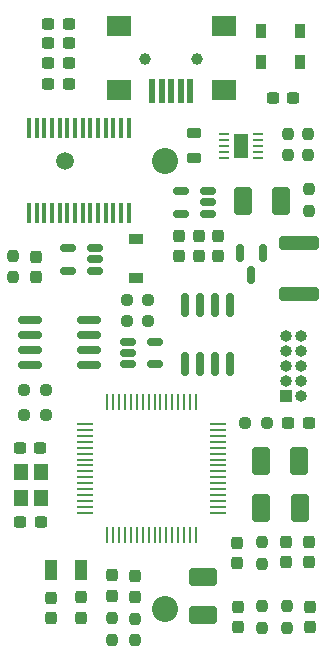
<source format=gbr>
%TF.GenerationSoftware,KiCad,Pcbnew,(6.0.1)*%
%TF.CreationDate,2022-09-20T17:52:40-03:00*%
%TF.ProjectId,HLI-C_main,484c492d-435f-46d6-9169-6e2e6b696361,rev?*%
%TF.SameCoordinates,Original*%
%TF.FileFunction,Soldermask,Top*%
%TF.FilePolarity,Negative*%
%FSLAX46Y46*%
G04 Gerber Fmt 4.6, Leading zero omitted, Abs format (unit mm)*
G04 Created by KiCad (PCBNEW (6.0.1)) date 2022-09-20 17:52:40*
%MOMM*%
%LPD*%
G01*
G04 APERTURE LIST*
G04 Aperture macros list*
%AMRoundRect*
0 Rectangle with rounded corners*
0 $1 Rounding radius*
0 $2 $3 $4 $5 $6 $7 $8 $9 X,Y pos of 4 corners*
0 Add a 4 corners polygon primitive as box body*
4,1,4,$2,$3,$4,$5,$6,$7,$8,$9,$2,$3,0*
0 Add four circle primitives for the rounded corners*
1,1,$1+$1,$2,$3*
1,1,$1+$1,$4,$5*
1,1,$1+$1,$6,$7*
1,1,$1+$1,$8,$9*
0 Add four rect primitives between the rounded corners*
20,1,$1+$1,$2,$3,$4,$5,0*
20,1,$1+$1,$4,$5,$6,$7,0*
20,1,$1+$1,$6,$7,$8,$9,0*
20,1,$1+$1,$8,$9,$2,$3,0*%
G04 Aperture macros list end*
%ADD10RoundRect,0.237500X-0.237500X0.300000X-0.237500X-0.300000X0.237500X-0.300000X0.237500X0.300000X0*%
%ADD11RoundRect,0.250001X-0.499999X-0.924999X0.499999X-0.924999X0.499999X0.924999X-0.499999X0.924999X0*%
%ADD12RoundRect,0.237500X-0.300000X-0.237500X0.300000X-0.237500X0.300000X0.237500X-0.300000X0.237500X0*%
%ADD13RoundRect,0.237500X0.237500X-0.250000X0.237500X0.250000X-0.237500X0.250000X-0.237500X-0.250000X0*%
%ADD14R,0.900000X1.200000*%
%ADD15R,1.473200X0.279400*%
%ADD16R,0.279400X1.473200*%
%ADD17RoundRect,0.062500X-0.375000X-0.062500X0.375000X-0.062500X0.375000X0.062500X-0.375000X0.062500X0*%
%ADD18R,1.200000X2.000000*%
%ADD19RoundRect,0.237500X0.300000X0.237500X-0.300000X0.237500X-0.300000X-0.237500X0.300000X-0.237500X0*%
%ADD20RoundRect,0.150000X0.512500X0.150000X-0.512500X0.150000X-0.512500X-0.150000X0.512500X-0.150000X0*%
%ADD21RoundRect,0.237500X0.250000X0.237500X-0.250000X0.237500X-0.250000X-0.237500X0.250000X-0.237500X0*%
%ADD22C,1.000000*%
%ADD23R,0.500000X2.000000*%
%ADD24R,2.000000X1.700000*%
%ADD25RoundRect,0.218750X0.381250X-0.218750X0.381250X0.218750X-0.381250X0.218750X-0.381250X-0.218750X0*%
%ADD26RoundRect,0.237500X-0.237500X0.287500X-0.237500X-0.287500X0.237500X-0.287500X0.237500X0.287500X0*%
%ADD27RoundRect,0.237500X0.237500X-0.300000X0.237500X0.300000X-0.237500X0.300000X-0.237500X-0.300000X0*%
%ADD28R,1.200000X1.400000*%
%ADD29RoundRect,0.237500X-0.250000X-0.237500X0.250000X-0.237500X0.250000X0.237500X-0.250000X0.237500X0*%
%ADD30RoundRect,0.237500X-0.237500X0.250000X-0.237500X-0.250000X0.237500X-0.250000X0.237500X0.250000X0*%
%ADD31RoundRect,0.150000X-0.512500X-0.150000X0.512500X-0.150000X0.512500X0.150000X-0.512500X0.150000X0*%
%ADD32R,1.000000X1.000000*%
%ADD33O,1.000000X1.000000*%
%ADD34RoundRect,0.150000X0.150000X-0.825000X0.150000X0.825000X-0.150000X0.825000X-0.150000X-0.825000X0*%
%ADD35C,1.500000*%
%ADD36C,2.205000*%
%ADD37R,0.450000X1.750000*%
%ADD38R,1.200000X0.900000*%
%ADD39RoundRect,0.250001X-0.924999X0.499999X-0.924999X-0.499999X0.924999X-0.499999X0.924999X0.499999X0*%
%ADD40RoundRect,0.150000X-0.825000X-0.150000X0.825000X-0.150000X0.825000X0.150000X-0.825000X0.150000X0*%
%ADD41RoundRect,0.250000X1.450000X-0.312500X1.450000X0.312500X-1.450000X0.312500X-1.450000X-0.312500X0*%
%ADD42R,1.000000X1.800000*%
%ADD43RoundRect,0.150000X-0.150000X0.587500X-0.150000X-0.587500X0.150000X-0.587500X0.150000X0.587500X0*%
G04 APERTURE END LIST*
D10*
%TO.C,C11*%
X193100000Y-38837500D03*
X193100000Y-40562500D03*
%TD*%
D11*
%TO.C,C15*%
X200025000Y-61900000D03*
X203275000Y-61900000D03*
%TD*%
D12*
%TO.C,C12*%
X202337500Y-54700000D03*
X204062500Y-54700000D03*
%TD*%
D10*
%TO.C,C8*%
X196400000Y-38800000D03*
X196400000Y-40525000D03*
%TD*%
D13*
%TO.C,R10*%
X200100000Y-72012500D03*
X200100000Y-70187500D03*
%TD*%
D14*
%TO.C,D3*%
X200050000Y-21460000D03*
X203350000Y-21460000D03*
%TD*%
D15*
%TO.C,U1*%
X196367400Y-62271600D03*
X196367400Y-61771601D03*
X196367400Y-61271600D03*
X196367400Y-60771601D03*
X196367400Y-60271599D03*
X196367400Y-59771600D03*
X196367400Y-59271601D03*
X196367400Y-58771600D03*
X196367400Y-58271600D03*
X196367400Y-57771599D03*
X196367400Y-57271600D03*
X196367400Y-56771601D03*
X196367400Y-56271599D03*
X196367400Y-55771600D03*
X196367400Y-55271599D03*
X196367400Y-54771600D03*
D16*
X194504000Y-52908200D03*
X194004001Y-52908200D03*
X193504000Y-52908200D03*
X193004001Y-52908200D03*
X192503999Y-52908200D03*
X192004000Y-52908200D03*
X191504001Y-52908200D03*
X191004000Y-52908200D03*
X190504000Y-52908200D03*
X190003999Y-52908200D03*
X189504000Y-52908200D03*
X189004001Y-52908200D03*
X188503999Y-52908200D03*
X188004000Y-52908200D03*
X187503999Y-52908200D03*
X187004000Y-52908200D03*
D15*
X185140600Y-54771600D03*
X185140600Y-55271599D03*
X185140600Y-55771600D03*
X185140600Y-56271599D03*
X185140600Y-56771601D03*
X185140600Y-57271600D03*
X185140600Y-57771599D03*
X185140600Y-58271600D03*
X185140600Y-58771600D03*
X185140600Y-59271601D03*
X185140600Y-59771600D03*
X185140600Y-60271599D03*
X185140600Y-60771601D03*
X185140600Y-61271600D03*
X185140600Y-61771601D03*
X185140600Y-62271600D03*
D16*
X187004000Y-64135000D03*
X187503999Y-64135000D03*
X188004000Y-64135000D03*
X188503999Y-64135000D03*
X189004001Y-64135000D03*
X189504000Y-64135000D03*
X190003999Y-64135000D03*
X190504000Y-64135000D03*
X191004000Y-64135000D03*
X191504001Y-64135000D03*
X192004000Y-64135000D03*
X192503999Y-64135000D03*
X193004001Y-64135000D03*
X193504000Y-64135000D03*
X194004001Y-64135000D03*
X194504000Y-64135000D03*
%TD*%
D17*
%TO.C,U6*%
X196862500Y-30200000D03*
X196862500Y-30700000D03*
X196862500Y-31200000D03*
X196862500Y-31700000D03*
X196862500Y-32200000D03*
X199737500Y-32200000D03*
X199737500Y-31700000D03*
X199737500Y-31200000D03*
X199737500Y-30700000D03*
X199737500Y-30200000D03*
D18*
X198300000Y-31200000D03*
%TD*%
D19*
%TO.C,C1*%
X183725000Y-25975000D03*
X182000000Y-25975000D03*
%TD*%
D20*
%TO.C,U7*%
X195537500Y-36950000D03*
X195537500Y-36000000D03*
X195537500Y-35050000D03*
X193262500Y-35050000D03*
X193262500Y-36950000D03*
%TD*%
D21*
%TO.C,R11*%
X181812500Y-51890000D03*
X179987500Y-51890000D03*
%TD*%
D12*
%TO.C,C7*%
X201017500Y-27170000D03*
X202742500Y-27170000D03*
%TD*%
D13*
%TO.C,R14*%
X189325400Y-73087100D03*
X189325400Y-71262100D03*
%TD*%
%TO.C,R3*%
X202300000Y-32012500D03*
X202300000Y-30187500D03*
%TD*%
D21*
%TO.C,R5*%
X190462500Y-46020000D03*
X188637500Y-46020000D03*
%TD*%
D22*
%TO.C,CON1*%
X190200000Y-23875000D03*
X194600000Y-23875000D03*
D23*
X194000000Y-26575000D03*
X193200000Y-26575000D03*
X192400000Y-26575000D03*
X191600000Y-26575000D03*
X190800000Y-26575000D03*
D24*
X196850000Y-26475000D03*
X187950000Y-21025000D03*
X187950000Y-26475000D03*
X196850000Y-21025000D03*
%TD*%
D25*
%TO.C,L1*%
X194350000Y-32262500D03*
X194350000Y-30137500D03*
%TD*%
D26*
%TO.C,LED2*%
X189325400Y-67625000D03*
X189325400Y-69375000D03*
%TD*%
D13*
%TO.C,R8*%
X200100000Y-66612500D03*
X200100000Y-64787500D03*
%TD*%
D27*
%TO.C,C6*%
X180925000Y-42312500D03*
X180925000Y-40587500D03*
%TD*%
D28*
%TO.C,Y2*%
X179657500Y-58820000D03*
X179657500Y-61020000D03*
X181357500Y-61020000D03*
X181357500Y-58820000D03*
%TD*%
D14*
%TO.C,D1*%
X200050000Y-24070000D03*
X203350000Y-24070000D03*
%TD*%
D29*
%TO.C,R12*%
X179967500Y-54027200D03*
X181792500Y-54027200D03*
%TD*%
D10*
%TO.C,C18*%
X198100000Y-70237500D03*
X198100000Y-71962500D03*
%TD*%
D11*
%TO.C,C9*%
X198475000Y-35900000D03*
X201725000Y-35900000D03*
%TD*%
D19*
%TO.C,C4*%
X183725000Y-20875000D03*
X182000000Y-20875000D03*
%TD*%
D10*
%TO.C,C13*%
X198000000Y-64837500D03*
X198000000Y-66562500D03*
%TD*%
D30*
%TO.C,R2*%
X204000000Y-30187500D03*
X204000000Y-32012500D03*
%TD*%
%TO.C,R4*%
X204100000Y-34887500D03*
X204100000Y-36712500D03*
%TD*%
D10*
%TO.C,C23*%
X182230000Y-69487500D03*
X182230000Y-71212500D03*
%TD*%
D13*
%TO.C,R1*%
X179050000Y-42337500D03*
X179050000Y-40512500D03*
%TD*%
D31*
%TO.C,U9*%
X188792500Y-47800000D03*
X188792500Y-48750000D03*
X188792500Y-49700000D03*
X191067500Y-49700000D03*
X191067500Y-47800000D03*
%TD*%
D13*
%TO.C,R13*%
X187400000Y-73037500D03*
X187400000Y-71212500D03*
%TD*%
D19*
%TO.C,C3*%
X183725000Y-22475000D03*
X182000000Y-22475000D03*
%TD*%
D12*
%TO.C,C21*%
X179615000Y-56800000D03*
X181340000Y-56800000D03*
%TD*%
D32*
%TO.C,CON4*%
X202130000Y-52370000D03*
D33*
X203400000Y-52370000D03*
X202130000Y-51100000D03*
X203400000Y-51100000D03*
X202130000Y-49830000D03*
X203400000Y-49830000D03*
X202130000Y-48560000D03*
X203400000Y-48560000D03*
X202130000Y-47290000D03*
X203400000Y-47290000D03*
%TD*%
D34*
%TO.C,U2*%
X193595000Y-49675000D03*
X194865000Y-49675000D03*
X196135000Y-49675000D03*
X197405000Y-49675000D03*
X197405000Y-44725000D03*
X196135000Y-44725000D03*
X194865000Y-44725000D03*
X193595000Y-44725000D03*
%TD*%
D10*
%TO.C,C10*%
X194751000Y-38812100D03*
X194751000Y-40537100D03*
%TD*%
D19*
%TO.C,C2*%
X183725000Y-24175000D03*
X182000000Y-24175000D03*
%TD*%
D10*
%TO.C,C16*%
X204200000Y-70237500D03*
X204200000Y-71962500D03*
%TD*%
D26*
%TO.C,LED1*%
X187400000Y-67550000D03*
X187400000Y-69300000D03*
%TD*%
D19*
%TO.C,C20*%
X181370000Y-63020000D03*
X179645000Y-63020000D03*
%TD*%
D21*
%TO.C,R7*%
X200512500Y-54700000D03*
X198687500Y-54700000D03*
%TD*%
D20*
%TO.C,U5*%
X185962500Y-41772500D03*
X185962500Y-40822500D03*
X185962500Y-39872500D03*
X183687500Y-39872500D03*
X183687500Y-41772500D03*
%TD*%
D35*
%TO.C,CON3*%
X183390000Y-32475000D03*
D36*
X191890000Y-70445000D03*
X191890000Y-32475000D03*
%TD*%
D37*
%TO.C,U3*%
X180375000Y-36900000D03*
X181025000Y-36900000D03*
X181675000Y-36900000D03*
X182325000Y-36900000D03*
X182975000Y-36900000D03*
X183625000Y-36900000D03*
X184275000Y-36900000D03*
X184925000Y-36900000D03*
X185575000Y-36900000D03*
X186225000Y-36900000D03*
X186875000Y-36900000D03*
X187525000Y-36900000D03*
X188175000Y-36900000D03*
X188825000Y-36900000D03*
X188825000Y-29700000D03*
X188175000Y-29700000D03*
X187525000Y-29700000D03*
X186875000Y-29700000D03*
X186225000Y-29700000D03*
X185575000Y-29700000D03*
X184925000Y-29700000D03*
X184275000Y-29700000D03*
X183625000Y-29700000D03*
X182975000Y-29700000D03*
X182325000Y-29700000D03*
X181675000Y-29700000D03*
X181025000Y-29700000D03*
X180375000Y-29700000D03*
%TD*%
D10*
%TO.C,C22*%
X184750000Y-69437500D03*
X184750000Y-71162500D03*
%TD*%
D38*
%TO.C,D2*%
X189425000Y-39090000D03*
X189425000Y-42390000D03*
%TD*%
D27*
%TO.C,C17*%
X204100000Y-66462500D03*
X204100000Y-64737500D03*
%TD*%
D11*
%TO.C,C5*%
X199975000Y-57900000D03*
X203225000Y-57900000D03*
%TD*%
D13*
%TO.C,R9*%
X202200000Y-72012500D03*
X202200000Y-70187500D03*
%TD*%
D39*
%TO.C,C19*%
X195100000Y-67675000D03*
X195100000Y-70925000D03*
%TD*%
D40*
%TO.C,U8*%
X180495000Y-45925000D03*
X180495000Y-47195000D03*
X180495000Y-48465000D03*
X180495000Y-49735000D03*
X185445000Y-49735000D03*
X185445000Y-48465000D03*
X185445000Y-47195000D03*
X185445000Y-45925000D03*
%TD*%
D41*
%TO.C,RT1*%
X203200000Y-43737500D03*
X203200000Y-39462500D03*
%TD*%
D42*
%TO.C,Y1*%
X182260000Y-67120000D03*
X184760000Y-67120000D03*
%TD*%
D21*
%TO.C,R6*%
X190452500Y-44250000D03*
X188627500Y-44250000D03*
%TD*%
D10*
%TO.C,C14*%
X202100000Y-64737500D03*
X202100000Y-66462500D03*
%TD*%
D43*
%TO.C,Q1*%
X200150000Y-40262500D03*
X198250000Y-40262500D03*
X199200000Y-42137500D03*
%TD*%
M02*

</source>
